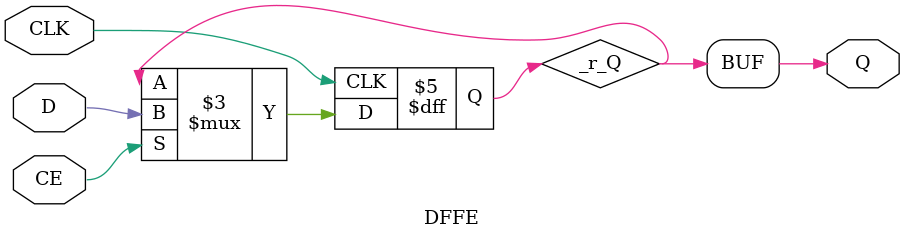
<source format=v>
`ifdef verilator3
`else
`timescale 1 ps / 1 ps
`endif

module DFFE
#(
    parameter INIT = 1'b0
)
(
    input  CLK,
    input  CE,
    input  D,
    output Q
);

    reg _r_Q;

    initial begin
        _r_Q = INIT;
    end

    always @(posedge CLK) begin
    
        if (CE) begin
            _r_Q <= D;
        end
    end

    assign Q = _r_Q;

endmodule

</source>
